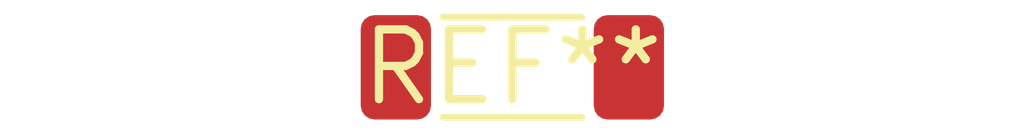
<source format=kicad_pcb>
(kicad_pcb (version 20240108) (generator pcbnew)
  (layers (0 "F.Cu" signal) (31 "B.Cu" signal) (34 "B.Paste" user) (35 "F.Paste" user) (36 "B.SilkS" user "B.Silkscreen") (37 "F.SilkS" user "F.Silkscreen") (38 "B.Mask" user) (39 "F.Mask" user) (44 "Edge.Cuts" user))
  (net 0 "")
  (footprint "L_1806_4516Metric" (layer "F.Cu") (at 0 0)
    (property "Reference" "REF**")
    (property "Value" "L_1806_4516Metric")
    (fp_line (start -1.260242 -0.91) (end 1.260242 -0.91) (layer "F.SilkS") (stroke (width 0.12)))
    (fp_line (start -1.260242 0.91) (end 1.260242 0.91) (layer "F.SilkS") (stroke (width 0.12)))
    (pad "1" smd roundrect (at -2.1125 0) (size 1.275 1.9) (layers "F.Cu" "F.Paste" "F.Mask") (roundrect_rratio 0.196078))
    (pad "2" smd roundrect (at 2.1125 0) (size 1.275 1.9) (layers "F.Cu" "F.Paste" "F.Mask") (roundrect_rratio 0.196078))
  )
)
</source>
